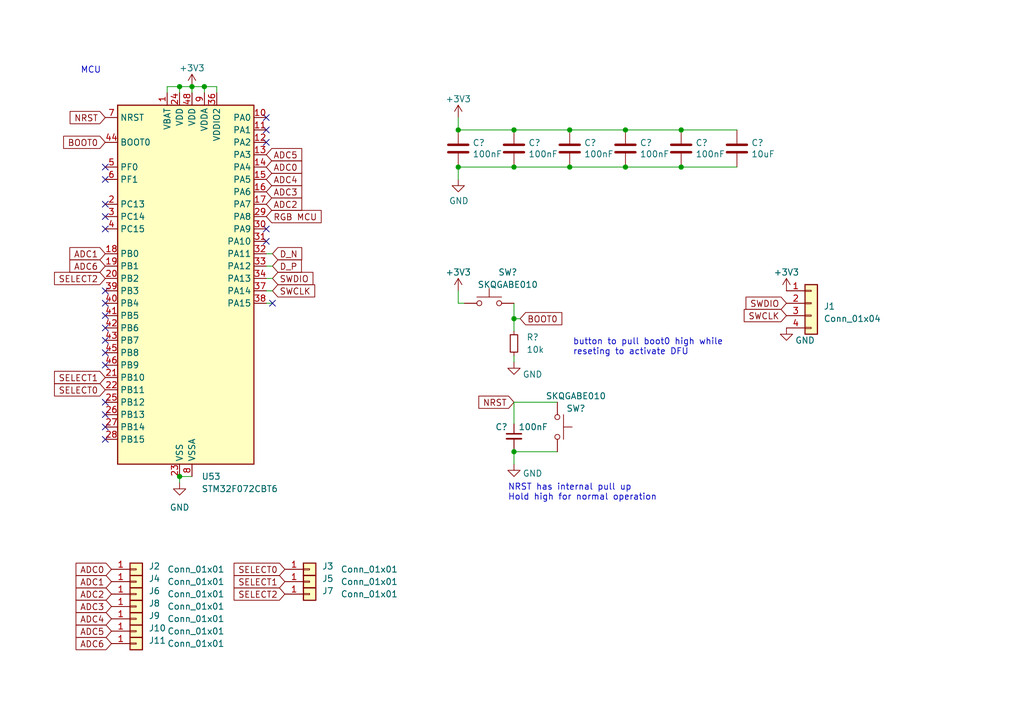
<source format=kicad_sch>
(kicad_sch (version 20231120) (generator "eeschema") (generator_version "8.0")
  (paper "A5")
  (lib_symbols
    (symbol "Connector_Generic:Conn_01x01" (pin_names (offset 1.016) hide)
      (property "Reference" "J" (at 0 2.54 0))
      (property "Value" "Conn_01x01" (at 0 -2.54 0))
      (symbol "Conn_01x01_1_1"
        (rectangle (start -1.27 0.127) (end 0 -0.127) (stroke (width 0.1524)))
        (rectangle (start -1.27 1.27) (end 1.27 -1.27) (stroke (width 0.254)) (fill (type background)))
        (pin passive line (at -5.08 0 0) (length 3.81) (name "Pin_1") (number "1"))
      )
    )
    (symbol "Connector_Generic:Conn_01x04" (pin_names (offset 1.016) hide)
      (property "Reference" "J" (at 0 5.08 0))
      (property "Value" "Conn_01x04" (at 0 -7.62 0))
      (symbol "Conn_01x04_1_1"
        (rectangle (start -1.27 -4.953) (end 0 -5.207) (stroke (width 0.1524)))
        (rectangle (start -1.27 -2.413) (end 0 -2.667) (stroke (width 0.1524)))
        (rectangle (start -1.27 0.127) (end 0 -0.127) (stroke (width 0.1524)))
        (rectangle (start -1.27 2.667) (end 0 2.413) (stroke (width 0.1524)))
        (rectangle (start -1.27 3.81) (end 1.27 -6.35) (stroke (width 0.254)) (fill (type background)))
        (pin passive line (at -5.08 2.54 0) (length 3.81) (name "Pin_1") (number "1"))
        (pin passive line (at -5.08 0 0) (length 3.81) (name "Pin_2") (number "2"))
        (pin passive line (at -5.08 -2.54 0) (length 3.81) (name "Pin_3") (number "3"))
        (pin passive line (at -5.08 -5.08 0) (length 3.81) (name "Pin_4") (number "4"))
      )
    )
    (symbol "Device:C" (pin_numbers hide) (pin_names (offset 0.254))
      (property "Reference" "C" (at 0.635 2.54 0))
      (property "Value" "C" (at 0.635 -2.54 0))
      (symbol "C_0_1"
        (polyline (pts (xy -2.032 -0.762) (xy 2.032 -0.762)) (stroke (width 0.508)))
        (polyline (pts (xy -2.032 0.762) (xy 2.032 0.762)) (stroke (width 0.508)))
      )
      (symbol "C_1_1"
        (pin passive line (at 0 3.81 270) (length 2.794) (name "~") (number "1"))
        (pin passive line (at 0 -3.81 90) (length 2.794) (name "~") (number "2"))
      )
    )
    (symbol "Device:C_Small" (pin_numbers hide) (pin_names (offset 0.254) hide)
      (property "Reference" "C" (at 0.254 1.778 0))
      (property "Value" "C_Small" (at 0.254 -2.032 0))
      (symbol "C_Small_0_1"
        (polyline (pts (xy -1.524 -0.508) (xy 1.524 -0.508)) (stroke (width 0.3302)))
        (polyline (pts (xy -1.524 0.508) (xy 1.524 0.508)) (stroke (width 0.3048)))
      )
      (symbol "C_Small_1_1"
        (pin passive line (at 0 2.54 270) (length 2.032) (name "~") (number "1"))
        (pin passive line (at 0 -2.54 90) (length 2.032) (name "~") (number "2"))
      )
    )
    (symbol "Device:R_Small" (pin_numbers hide) (pin_names (offset 0.254) hide)
      (property "Reference" "R" (at 0.762 0.508 0))
      (property "Value" "R_Small" (at 0.762 -1.016 0))
      (symbol "R_Small_0_1"
        (rectangle (start -0.762 1.778) (end 0.762 -1.778) (stroke (width 0.2032)))
      )
      (symbol "R_Small_1_1"
        (pin passive line (at 0 2.54 270) (length 0.762) (name "~") (number "1"))
        (pin passive line (at 0 -2.54 90) (length 0.762) (name "~") (number "2"))
      )
    )
    (symbol "MCU_ST_STM32F0:STM32F072CBTx"
      (property "Reference" "U" (at -12.7 39.37 0))
      (property "Value" "STM32F072CBTx" (at 10.16 39.37 0))
      (symbol "STM32F072CBTx_0_1"
        (rectangle (start -12.7 -35.56) (end 15.24 38.1) (stroke (width 0.254)) (fill (type background)))
      )
      (symbol "STM32F072CBTx_1_1"
        (pin power_in line (at -2.54 40.64 270) (length 2.54) (name "VBAT") (number "1"))
        (pin bidirectional line (at 17.78 35.56 180) (length 2.54) (name "PA0") (number "10"))
        (pin bidirectional line (at 17.78 33.02 180) (length 2.54) (name "PA1") (number "11"))
        (pin bidirectional line (at 17.78 30.48 180) (length 2.54) (name "PA2") (number "12"))
        (pin bidirectional line (at 17.78 27.94 180) (length 2.54) (name "PA3") (number "13"))
        (pin bidirectional line (at 17.78 25.4 180) (length 2.54) (name "PA4") (number "14"))
        (pin bidirectional line (at 17.78 22.86 180) (length 2.54) (name "PA5") (number "15"))
        (pin bidirectional line (at 17.78 20.32 180) (length 2.54) (name "PA6") (number "16"))
        (pin bidirectional line (at 17.78 17.78 180) (length 2.54) (name "PA7") (number "17"))
        (pin bidirectional line (at -15.24 7.62 0) (length 2.54) (name "PB0") (number "18"))
        (pin bidirectional line (at -15.24 5.08 0) (length 2.54) (name "PB1") (number "19"))
        (pin bidirectional line (at -15.24 17.78 0) (length 2.54) (name "PC13") (number "2"))
        (pin bidirectional line (at -15.24 2.54 0) (length 2.54) (name "PB2") (number "20"))
        (pin bidirectional line (at -15.24 -17.78 0) (length 2.54) (name "PB10") (number "21"))
        (pin bidirectional line (at -15.24 -20.32 0) (length 2.54) (name "PB11") (number "22"))
        (pin power_in line (at 0 -38.1 90) (length 2.54) (name "VSS") (number "23"))
        (pin power_in line (at 0 40.64 270) (length 2.54) (name "VDD") (number "24"))
        (pin bidirectional line (at -15.24 -22.86 0) (length 2.54) (name "PB12") (number "25"))
        (pin bidirectional line (at -15.24 -25.4 0) (length 2.54) (name "PB13") (number "26"))
        (pin bidirectional line (at -15.24 -27.94 0) (length 2.54) (name "PB14") (number "27"))
        (pin bidirectional line (at -15.24 -30.48 0) (length 2.54) (name "PB15") (number "28"))
        (pin bidirectional line (at 17.78 15.24 180) (length 2.54) (name "PA8") (number "29"))
        (pin bidirectional line (at -15.24 15.24 0) (length 2.54) (name "PC14") (number "3"))
        (pin bidirectional line (at 17.78 12.7 180) (length 2.54) (name "PA9") (number "30"))
        (pin bidirectional line (at 17.78 10.16 180) (length 2.54) (name "PA10") (number "31"))
        (pin bidirectional line (at 17.78 7.62 180) (length 2.54) (name "PA11") (number "32"))
        (pin bidirectional line (at 17.78 5.08 180) (length 2.54) (name "PA12") (number "33"))
        (pin bidirectional line (at 17.78 2.54 180) (length 2.54) (name "PA13") (number "34"))
        (pin passive line (at 0 -38.1 90) (length 2.54) hide (name "VSS") (number "35"))
        (pin power_in line (at 7.62 40.64 270) (length 2.54) (name "VDDIO2") (number "36"))
        (pin bidirectional line (at 17.78 0 180) (length 2.54) (name "PA14") (number "37"))
        (pin bidirectional line (at 17.78 -2.54 180) (length 2.54) (name "PA15") (number "38"))
        (pin bidirectional line (at -15.24 0 0) (length 2.54) (name "PB3") (number "39"))
        (pin bidirectional line (at -15.24 12.7 0) (length 2.54) (name "PC15") (number "4"))
        (pin bidirectional line (at -15.24 -2.54 0) (length 2.54) (name "PB4") (number "40"))
        (pin bidirectional line (at -15.24 -5.08 0) (length 2.54) (name "PB5") (number "41"))
        (pin bidirectional line (at -15.24 -7.62 0) (length 2.54) (name "PB6") (number "42"))
        (pin bidirectional line (at -15.24 -10.16 0) (length 2.54) (name "PB7") (number "43"))
        (pin input line (at -15.24 30.48 0) (length 2.54) (name "BOOT0") (number "44"))
        (pin bidirectional line (at -15.24 -12.7 0) (length 2.54) (name "PB8") (number "45"))
        (pin bidirectional line (at -15.24 -15.24 0) (length 2.54) (name "PB9") (number "46"))
        (pin passive line (at 0 -38.1 90) (length 2.54) hide (name "VSS") (number "47"))
        (pin power_in line (at 2.54 40.64 270) (length 2.54) (name "VDD") (number "48"))
        (pin bidirectional line (at -15.24 25.4 0) (length 2.54) (name "PF0") (number "5"))
        (pin bidirectional line (at -15.24 22.86 0) (length 2.54) (name "PF1") (number "6"))
        (pin input line (at -15.24 35.56 0) (length 2.54) (name "NRST") (number "7"))
        (pin power_in line (at 2.54 -38.1 90) (length 2.54) (name "VSSA") (number "8"))
        (pin power_in line (at 5.08 40.64 270) (length 2.54) (name "VDDA") (number "9"))
      )
    )
    (symbol "MCU_ST_STM32G0:STM32G0B1CBTx"
      (property "Reference" "U" (at -15.24 46.99 0))
      (property "Value" "STM32G0B1CBTx" (at 5.08 46.99 0))
      (symbol "STM32G0B1CBTx_0_1"
        (rectangle (start -15.24 -43.18) (end 17.78 45.72) (stroke (width 0.254)) (fill (type background)))
      )
      (symbol "STM32G0B1CBTx_1_1"
        (pin bidirectional line (at -17.78 10.16 0) (length 2.54) (name "PC13") (number "1"))
        (pin bidirectional line (at -17.78 33.02 0) (length 2.54) (name "PF2") (number "10"))
        (pin bidirectional line (at 20.32 43.18 180) (length 2.54) (name "PA0") (number "11"))
        (pin bidirectional line (at 20.32 40.64 180) (length 2.54) (name "PA1") (number "12"))
        (pin bidirectional line (at 20.32 38.1 180) (length 2.54) (name "PA2") (number "13"))
        (pin bidirectional line (at 20.32 35.56 180) (length 2.54) (name "PA3") (number "14"))
        (pin bidirectional line (at 20.32 33.02 180) (length 2.54) (name "PA4") (number "15"))
        (pin bidirectional line (at 20.32 30.48 180) (length 2.54) (name "PA5") (number "16"))
        (pin bidirectional line (at 20.32 27.94 180) (length 2.54) (name "PA6") (number "17"))
        (pin bidirectional line (at 20.32 25.4 180) (length 2.54) (name "PA7") (number "18"))
        (pin bidirectional line (at 20.32 0 180) (length 2.54) (name "PB0") (number "19"))
        (pin bidirectional line (at -17.78 7.62 0) (length 2.54) (name "PC14") (number "2"))
        (pin bidirectional line (at 20.32 -2.54 180) (length 2.54) (name "PB1") (number "20"))
        (pin bidirectional line (at 20.32 -5.08 180) (length 2.54) (name "PB2") (number "21"))
        (pin bidirectional line (at 20.32 -25.4 180) (length 2.54) (name "PB10") (number "22"))
        (pin bidirectional line (at 20.32 -27.94 180) (length 2.54) (name "PB11") (number "23"))
        (pin bidirectional line (at 20.32 -30.48 180) (length 2.54) (name "PB12") (number "24"))
        (pin bidirectional line (at 20.32 -33.02 180) (length 2.54) (name "PB13") (number "25"))
        (pin bidirectional line (at 20.32 -35.56 180) (length 2.54) (name "PB14") (number "26"))
        (pin bidirectional line (at 20.32 -38.1 180) (length 2.54) (name "PB15") (number "27"))
        (pin bidirectional line (at 20.32 22.86 180) (length 2.54) (name "PA8") (number "28"))
        (pin bidirectional line (at 20.32 20.32 180) (length 2.54) (name "PA9/UCPD1_DBCC1") (number "29"))
        (pin bidirectional line (at -17.78 5.08 0) (length 2.54) (name "PC15") (number "3"))
        (pin bidirectional line (at -17.78 15.24 0) (length 2.54) (name "PC6") (number "30"))
        (pin bidirectional line (at -17.78 12.7 0) (length 2.54) (name "PC7") (number "31"))
        (pin bidirectional line (at 20.32 17.78 180) (length 2.54) (name "PA10/UCPD1_DBCC2") (number "32"))
        (pin bidirectional line (at 20.32 15.24 180) (length 2.54) (name "PA11/PA9") (number "33"))
        (pin bidirectional line (at 20.32 12.7 180) (length 2.54) (name "PA12/PA10") (number "34"))
        (pin bidirectional line (at 20.32 10.16 180) (length 2.54) (name "PA13") (number "35"))
        (pin bidirectional line (at 20.32 7.62 180) (length 2.54) (name "PA14") (number "36"))
        (pin bidirectional line (at 20.32 5.08 180) (length 2.54) (name "PA15") (number "37"))
        (pin bidirectional line (at -17.78 27.94 0) (length 2.54) (name "PD0") (number "38"))
        (pin bidirectional line (at -17.78 25.4 0) (length 2.54) (name "PD1") (number "39"))
        (pin power_in line (at 0 48.26 270) (length 2.54) (name "VBAT") (number "4"))
        (pin bidirectional line (at -17.78 22.86 0) (length 2.54) (name "PD2") (number "40"))
        (pin bidirectional line (at -17.78 20.32 0) (length 2.54) (name "PD3") (number "41"))
        (pin bidirectional line (at 20.32 -7.62 180) (length 2.54) (name "PB3") (number "42"))
        (pin bidirectional line (at 20.32 -10.16 180) (length 2.54) (name "PB4") (number "43"))
        (pin bidirectional line (at 20.32 -12.7 180) (length 2.54) (name "PB5") (number "44"))
        (pin bidirectional line (at 20.32 -15.24 180) (length 2.54) (name "PB6") (number "45"))
        (pin bidirectional line (at 20.32 -17.78 180) (length 2.54) (name "PB7") (number "46"))
        (pin bidirectional line (at 20.32 -20.32 180) (length 2.54) (name "PB8") (number "47"))
        (pin bidirectional line (at 20.32 -22.86 180) (length 2.54) (name "PB9") (number "48"))
        (pin input line (at -17.78 43.18 0) (length 2.54) (name "VREF+") (number "5"))
        (pin power_in line (at 2.54 48.26 270) (length 2.54) (name "VDD") (number "6"))
        (pin power_in line (at 2.54 -45.72 90) (length 2.54) (name "VSS") (number "7"))
        (pin bidirectional line (at -17.78 38.1 0) (length 2.54) (name "PF0") (number "8"))
        (pin bidirectional line (at -17.78 35.56 0) (length 2.54) (name "PF1") (number "9"))
      )
    )
    (symbol "Switch:SW_Push" (pin_numbers hide) (pin_names (offset 1.016) hide)
      (property "Reference" "SW" (at 1.27 2.54 0))
      (property "Value" "SW_Push" (at 0 -1.524 0))
      (symbol "SW_Push_0_1"
        (circle (center -2.032 0) (radius 0.508))
        (polyline (pts (xy 0 1.27) (xy 0 3.048)))
        (polyline (pts (xy 2.54 1.27) (xy -2.54 1.27)))
        (circle (center 2.032 0) (radius 0.508))
        (pin passive line (at -5.08 0 0) (length 2.54) (name "1") (number "1"))
        (pin passive line (at 5.08 0 180) (length 2.54) (name "2") (number "2"))
      )
    )
    (symbol "power:+3V3" (power) (pin_names (offset 0))
      (property "Value" "+3V3" (at 0 3.556 0))
      (symbol "+3V3_0_1"
        (polyline (pts (xy -0.762 1.27) (xy 0 2.54)))
        (polyline (pts (xy 0 0) (xy 0 2.54)))
        (polyline (pts (xy 0 2.54) (xy 0.762 1.27)))
      )
      (symbol "+3V3_1_1"
        (pin power_in line (at 0 0 90) (length 0) hide (name "+3V3") (number "1"))
      )
    )
    (symbol "power:GND" (power) (pin_names (offset 0))
      (property "Value" "GND" (at 0 -3.81 0))
      (symbol "GND_0_1"
        (polyline (pts (xy 0 0) (xy 0 -1.27) (xy 1.27 -1.27) (xy 0 -2.54) (xy -1.27 -1.27) (xy 0 -1.27)))
      )
      (symbol "GND_1_1"
        (pin power_in line (at 0 0 270) (length 0) hide (name "GND") (number "1"))
      )
    )
  )
  (junction (at 128.27 34.29))
  (junction (at 105.41 26.67))
  (junction (at 39.37 17.78))
  (junction (at 128.27 26.67))
  (junction (at 93.98 26.67))
  (junction (at 105.41 65.405))
  (junction (at 116.84 26.67))
  (junction (at 139.7 26.67))
  (junction (at 41.91 17.78))
  (junction (at 36.83 97.79))
  (junction (at 93.98 34.29))
  (junction (at 36.83 17.78))
  (junction (at 105.41 92.71))
  (junction (at 139.7 34.29))
  (junction (at 105.41 34.29))
  (junction (at 116.84 34.29))
  (no_connect (at 21.59 90.17))
  (no_connect (at 21.59 36.83))
  (no_connect (at 54.61 24.13))
  (no_connect (at 21.59 34.29))
  (no_connect (at 21.59 44.45))
  (no_connect (at 21.59 62.23))
  (no_connect (at 21.59 69.85))
  (no_connect (at 21.59 59.69))
  (no_connect (at 54.61 29.21))
  (no_connect (at 54.61 46.99))
  (no_connect (at 21.59 67.31))
  (no_connect (at 21.59 72.39))
  (no_connect (at 21.59 74.93))
  (no_connect (at 55.88 62.23))
  (no_connect (at 21.59 64.77))
  (no_connect (at 21.59 82.55))
  (no_connect (at 21.59 87.63))
  (no_connect (at 54.61 26.67))
  (no_connect (at 21.59 46.99))
  (no_connect (at 21.59 85.09))
  (no_connect (at 54.61 49.53))
  (no_connect (at 21.59 41.91))
  (wire (pts (xy 36.83 17.78) (xy 36.83 19.05)))
  (wire (pts (xy 55.88 54.61) (xy 54.61 54.61)))
  (wire (pts (xy 55.88 59.69) (xy 54.61 59.69)))
  (wire (pts (xy 39.37 17.78) (xy 41.91 17.78)))
  (wire (pts (xy 41.91 17.78) (xy 41.91 19.05)))
  (wire (pts (xy 44.45 17.78) (xy 44.45 19.05)))
  (wire (pts (xy 95.25 62.23) (xy 93.98 62.23)))
  (wire (pts (xy 39.37 17.78) (xy 39.37 19.05)))
  (wire (pts (xy 105.41 92.71) (xy 105.41 92.075)))
  (wire (pts (xy 34.29 17.78) (xy 36.83 17.78)))
  (wire (pts (xy 105.41 34.29) (xy 116.84 34.29)))
  (wire (pts (xy 93.98 62.23) (xy 93.98 59.69)))
  (wire (pts (xy 55.88 57.15) (xy 54.61 57.15)))
  (wire (pts (xy 34.29 17.78) (xy 34.29 19.05)))
  (wire (pts (xy 55.88 52.07) (xy 54.61 52.07)))
  (wire (pts (xy 105.41 34.29) (xy 93.98 34.29)))
  (wire (pts (xy 36.83 17.78) (xy 39.37 17.78)))
  (wire (pts (xy 105.41 26.67) (xy 93.98 26.67)))
  (wire (pts (xy 36.83 97.79) (xy 39.37 97.79)))
  (wire (pts (xy 93.98 24.13) (xy 93.98 26.67)))
  (wire (pts (xy 139.7 34.29) (xy 151.13 34.29)))
  (wire (pts (xy 105.41 65.405) (xy 106.68 65.405)))
  (wire (pts (xy 41.91 17.78) (xy 44.45 17.78)))
  (wire (pts (xy 36.83 99.06) (xy 36.83 97.79)))
  (wire (pts (xy 105.41 92.71) (xy 114.3 92.71)))
  (wire (pts (xy 139.7 26.67) (xy 151.13 26.67)))
  (wire (pts (xy 128.27 26.67) (xy 139.7 26.67)))
  (wire (pts (xy 55.88 62.23) (xy 54.61 62.23)))
  (wire (pts (xy 105.41 95.25) (xy 105.41 92.71)))
  (wire (pts (xy 116.84 34.29) (xy 128.27 34.29)))
  (wire (pts (xy 105.41 65.405) (xy 105.41 67.945)))
  (wire (pts (xy 128.27 34.29) (xy 139.7 34.29)))
  (wire (pts (xy 105.41 73.025) (xy 105.41 74.295)))
  (wire (pts (xy 105.41 26.67) (xy 116.84 26.67)))
  (wire (pts (xy 105.41 82.55) (xy 114.3 82.55)))
  (wire (pts (xy 105.41 82.55) (xy 105.41 86.995)))
  (wire (pts (xy 105.41 62.23) (xy 105.41 65.405)))
  (wire (pts (xy 116.84 26.67) (xy 128.27 26.67)))
  (wire (pts (xy 93.98 36.83) (xy 93.98 34.29)))
  (text "NRST has internal pull up\nHold high for normal operation" (at 104.14 102.87 0) (effects (font (size 1.27 1.27)) (justify left bottom)))
  (text "MCU" (at 16.51 15.24 0) (effects (font (size 1.27 1.27)) (justify left bottom)))
  (text "button to pull boot0 high while \nreseting to activate DFU" (at 117.475 73.025 0) (effects (font (size 1.27 1.27)) (justify left bottom)))
  (global_label "D_N" (shape input) (at 55.88 52.07 0) (property "Intersheetrefs" "${INTERSHEET_REFS}" (effects (hide yes))))
  (global_label "SWDIO" (shape input) (at 161.29 62.23 180) (property "Intersheetrefs" "${INTERSHEET_REFS}" (effects (hide yes))))
  (global_label "RGB MCU" (shape input) (at 54.61 44.45 0) (property "Intersheetrefs" "${INTERSHEET_REFS}" (effects (hide yes))))
  (global_label "BOOT0" (shape input) (at 21.59 29.21 180) (property "Intersheetrefs" "${INTERSHEET_REFS}" (effects (hide yes))))
  (global_label "ADC3" (shape input) (at 54.61 39.37 0) (property "Intersheetrefs" "${INTERSHEET_REFS}" (effects (hide yes))))
  (global_label "ADC5" (shape input) (at 54.61 31.75 0) (property "Intersheetrefs" "${INTERSHEET_REFS}" (effects (hide yes))))
  (global_label "ADC0" (shape input) (at 54.61 34.29 0) (property "Intersheetrefs" "${INTERSHEET_REFS}" (effects (hide yes))))
  (global_label "ADC3" (shape input) (at 22.86 124.46 180) (property "Intersheetrefs" "${INTERSHEET_REFS}" (effects (hide yes))))
  (global_label "ADC6" (shape input) (at 21.59 54.61 180) (property "Intersheetrefs" "${INTERSHEET_REFS}" (effects (hide yes))))
  (global_label "D_N" (shape input) (at -15.24 50.8 0) (property "Intersheetrefs" "${INTERSHEET_REFS}" (effects (hide yes))))
  (global_label "ADC5" (shape input) (at 22.86 129.54 180) (property "Intersheetrefs" "${INTERSHEET_REFS}" (effects (hide yes))))
  (global_label "D_P" (shape input) (at 55.88 54.61 0) (property "Intersheetrefs" "${INTERSHEET_REFS}" (effects (hide yes))))
  (global_label "ADC2" (shape input) (at 22.86 121.92 180) (property "Intersheetrefs" "${INTERSHEET_REFS}" (effects (hide yes))))
  (global_label "SELECT2" (shape input) (at 58.42 121.92 180) (property "Intersheetrefs" "${INTERSHEET_REFS}" (effects (hide yes))))
  (global_label "ADC2" (shape input) (at 54.61 41.91 0) (property "Intersheetrefs" "${INTERSHEET_REFS}" (effects (hide yes))))
  (global_label "SELECT1" (shape input) (at 21.59 77.47 180) (property "Intersheetrefs" "${INTERSHEET_REFS}" (effects (hide yes))))
  (global_label "ADC6" (shape input) (at 22.86 132.08 180) (property "Intersheetrefs" "${INTERSHEET_REFS}" (effects (hide yes))))
  (global_label "NRST" (shape input) (at 21.59 24.13 180) (property "Intersheetrefs" "${INTERSHEET_REFS}" (effects (hide yes))))
  (global_label "SELECT2" (shape input) (at 21.59 57.15 180) (property "Intersheetrefs" "${INTERSHEET_REFS}" (effects (hide yes))))
  (global_label "ADC1" (shape input) (at 22.86 119.38 180) (property "Intersheetrefs" "${INTERSHEET_REFS}" (effects (hide yes))))
  (global_label "SELECT0" (shape input) (at 21.59 80.01 180) (property "Intersheetrefs" "${INTERSHEET_REFS}" (effects (hide yes))))
  (global_label "D_P" (shape input) (at -15.24 53.34 0) (property "Intersheetrefs" "${INTERSHEET_REFS}" (effects (hide yes))))
  (global_label "SWCLK" (shape input) (at 161.29 64.77 180) (property "Intersheetrefs" "${INTERSHEET_REFS}" (effects (hide yes))))
  (global_label "SELECT1" (shape input) (at 58.42 119.38 180) (property "Intersheetrefs" "${INTERSHEET_REFS}" (effects (hide yes))))
  (global_label "ADC0" (shape input) (at 22.86 116.84 180) (property "Intersheetrefs" "${INTERSHEET_REFS}" (effects (hide yes))))
  (global_label "SWCLK" (shape input) (at 55.88 59.69 0) (property "Intersheetrefs" "${INTERSHEET_REFS}" (effects (hide yes))))
  (global_label "SELECT0" (shape input) (at 58.42 116.84 180) (property "Intersheetrefs" "${INTERSHEET_REFS}" (effects (hide yes))))
  (global_label "ADC4" (shape input) (at 54.61 36.83 0) (property "Intersheetrefs" "${INTERSHEET_REFS}" (effects (hide yes))))
  (global_label "SWDIO" (shape input) (at 55.88 57.15 0) (property "Intersheetrefs" "${INTERSHEET_REFS}" (effects (hide yes))))
  (global_label "ADC4" (shape input) (at 22.86 127 180) (property "Intersheetrefs" "${INTERSHEET_REFS}" (effects (hide yes))))
  (global_label "NRST" (shape input) (at 105.41 82.55 180) (property "Intersheetrefs" "${INTERSHEET_REFS}" (effects (hide yes))))
  (global_label "BOOT0" (shape input) (at 106.68 65.405 0) (property "Intersheetrefs" "${INTERSHEET_REFS}" (effects (hide yes))))
  (global_label "ADC1" (shape input) (at 21.59 52.07 180) (property "Intersheetrefs" "${INTERSHEET_REFS}" (effects (hide yes))))
  (symbol (lib_id "power:GND") (at 105.41 74.295 0) (unit 1)
    (property "Reference" "#PWR?" (effects (hide yes)))
    (property "Value" "GND" (at 109.22 76.835 0))
    (instances (project "TKL" (path "" (reference "#PWR?") (unit 1))) (project "vootington V4N" (path "" (reference "#PWR0163") (unit 1))) (project "le_capybara" (path "" (reference "#PWR016") (unit 1))))
  )
  (symbol (lib_id "Device:C") (at 139.7 30.48 0) (unit 1)
    (property "Reference" "C?" (at 142.621 29.3116 0) (effects (justify left)))
    (property "Value" "100nF" (at 142.621 31.623 0) (effects (justify left)))
    (property "Footprint" "Capacitor_SMD:C_0402_1005Metric" (effects (hide yes)))
    (property "LCSC" "C307331" (effects (hide yes)))
    (instances (project "LeChiffre" (path "" (reference "C?") (unit 1))) (project "vootington V4N" (path "" (reference "C57") (unit 1))) (project "stm32_hotswap_chiffre" (path "" (reference "C5") (unit 1))))
  )
  (symbol (lib_id "power:GND") (at 105.41 95.25 0) (mirror y) (unit 1)
    (property "Reference" "#PWR?" (effects (hide yes)))
    (property "Value" "GND" (at 109.22 97.155 0))
    (instances (project "TKL" (path "" (reference "#PWR?") (unit 1))) (project "vootington V4N" (path "" (reference "#PWR0164") (unit 1))) (project "le_capybara" (path "" (reference "#PWR022") (unit 1))))
  )
  (symbol (lib_id "Connector_Generic:Conn_01x04") (at 166.37 62.23 0) (unit 1)
    (property "Reference" "J1" (at 168.91 62.865 0) (effects (justify left)))
    (property "Value" "Conn_01x04" (at 168.91 65.405 0) (effects (justify left)))
    (property "Footprint" "Connector_PinHeader_2.54mm:PinHeader_1x04_P2.54mm_Vertical" (effects (hide yes)))
  )
  (symbol (lib_id "Device:R_Small") (at 105.41 70.485 0) (unit 1)
    (property "Reference" "R?" (at 107.95 69.2149 0) (effects (justify left)))
    (property "Value" "10k" (at 107.95 71.7549 0) (effects (justify left)))
    (property "Footprint" "Resistor_SMD:R_0402_1005Metric" (effects (hide yes)))
    (instances (project "TKL" (path "" (reference "R?") (unit 1))) (project "vootington V4N" (path "" (reference "R1") (unit 1))) (project "le_capybara" (path "" (reference "R3") (unit 1))))
  )
  (symbol (lib_id "power:GND") (at 36.83 99.06 0) (unit 1)
    (property "Reference" "#PWR0165" (effects (hide yes)))
    (property "Value" "GND" (at 36.83 104.14 0))
    (instances (project "vootington V4N" (path "" (reference "#PWR0165") (unit 1))) (project "le_capybara" (path "" (reference "#PWR021") (unit 1))))
  )
  (symbol (lib_id "MCU_ST_STM32F0:STM32F072CBTx") (at 36.83 59.69 0) (unit 1)
    (property "Reference" "U53" (at 41.3259 97.79 0) (effects (justify left)))
    (property "Value" "STM32F072CBT6" (at 41.3259 100.33 0) (effects (justify left)))
    (property "Footprint" "Package_QFP:LQFP-48_7x7mm_P0.5mm" (effects (hide yes)))
    (property "Datasheet" "https://www.st.com/resource/en/datasheet/stm32f072cb.pdf" (effects (hide yes)))
    (property "JlcRotOffset" "90" (effects (hide yes)))
    (instances (project "vootington V4N" (path "" (reference "U53") (unit 1))) (project "le_capybara" (path "" (reference "U2") (unit 1))))
  )
  (symbol (lib_id "MCU_ST_STM32G0:STM32G0B1CBTx") (at -43.18 66.04 0) (unit 1)
    (property "Reference" "U65" (at -38.4459 111.76 0) (effects (justify left)))
    (property "Value" "STM32G0B1CBTx" (at -38.4459 114.3 0) (effects (justify left)))
    (property "Footprint" "Package_QFP:LQFP-48_7x7mm_P0.5mm" (effects (hide yes)))
    (property "Datasheet" "https://www.st.com/resource/en/datasheet/stm32g0b1cb.pdf" (effects (hide yes)))
    (property "Description" "STMicroelectronics Arm Cortex-M0+ MCU, 128KB flash, 144KB RAM, 64 MHz, 1.7-3.6V, 44 GPIO, LQFP48" (effects (hide yes)))
  )
  (symbol (lib_id "Switch:SW_Push") (at 114.3 87.63 270) (unit 1)
    (property "Reference" "SW?" (at 118.11 83.82 90))
    (property "Value" "SKQGABE010" (at 118.11 81.28 90))
    (property "Footprint" "Button_Switch_SMD:SW_SPST_SKQG_WithoutStem" (effects (hide yes)))
    (property "LCSC" "C115351" (effects (hide yes)))
    (instances (project "TKL" (path "" (reference "SW?") (unit 1))) (project "vootington V4N" (path "" (reference "SW2") (unit 1))) (project "le_capybara" (path "" (reference "SW37") (unit 1))))
  )
  (symbol (lib_id "Connector_Generic:Conn_01x01") (at 63.5 121.92 0) (unit 1)
    (property "Reference" "J7" (at 66.04 121.285 0) (effects (justify left)))
    (property "Value" "Conn_01x01" (at 69.85 121.92 0) (effects (justify left)))
    (property "Footprint" "TestPoint:TestPoint_THTPad_D1.5mm_Drill0.7mm" (effects (hide yes)))
  )
  (symbol (lib_id "Connector_Generic:Conn_01x01") (at 27.94 116.84 0) (unit 1)
    (property "Reference" "J2" (at 30.48 116.205 0) (effects (justify left)))
    (property "Value" "Conn_01x01" (at 34.29 116.84 0) (effects (justify left)))
    (property "Footprint" "TestPoint:TestPoint_THTPad_D1.5mm_Drill0.7mm" (effects (hide yes)))
  )
  (symbol (lib_id "Connector_Generic:Conn_01x01") (at 27.94 121.92 0) (unit 1)
    (property "Reference" "J6" (at 30.48 121.285 0) (effects (justify left)))
    (property "Value" "Conn_01x01" (at 34.29 121.92 0) (effects (justify left)))
    (property "Footprint" "TestPoint:TestPoint_THTPad_D1.5mm_Drill0.7mm" (effects (hide yes)))
  )
  (symbol (lib_id "Device:C") (at 116.84 30.48 0) (unit 1)
    (property "Reference" "C?" (at 119.761 29.3116 0) (effects (justify left)))
    (property "Value" "100nF" (at 119.761 31.623 0) (effects (justify left)))
    (property "Footprint" "Capacitor_SMD:C_0402_1005Metric" (effects (hide yes)))
    (property "LCSC" "C307331" (effects (hide yes)))
    (instances (project "LeChiffre" (path "" (reference "C?") (unit 1))) (project "vootington V4N" (path "" (reference "C55") (unit 1))) (project "stm32_hotswap_chiffre" (path "" (reference "C3") (unit 1))))
  )
  (symbol (lib_id "power:+3V3") (at 93.98 24.13 0) (unit 1)
    (property "Reference" "#PWR0158" (effects (hide yes)))
    (property "Value" "+3V3" (at 93.98 20.32 0))
    (instances (project "vootington V4N" (path "" (reference "#PWR0158") (unit 1))) (project "stm32_hotswap_chiffre" (path "" (reference "#PWR03") (unit 1))))
  )
  (symbol (lib_id "Connector_Generic:Conn_01x01") (at 63.5 116.84 0) (unit 1)
    (property "Reference" "J3" (at 66.04 116.205 0) (effects (justify left)))
    (property "Value" "Conn_01x01" (at 69.85 116.84 0) (effects (justify left)))
    (property "Footprint" "TestPoint:TestPoint_THTPad_D1.5mm_Drill0.7mm" (effects (hide yes)))
  )
  (symbol (lib_id "Connector_Generic:Conn_01x01") (at 27.94 129.54 0) (unit 1)
    (property "Reference" "J10" (at 30.48 128.905 0) (effects (justify left)))
    (property "Value" "Conn_01x01" (at 34.29 129.54 0) (effects (justify left)))
    (property "Footprint" "TestPoint:TestPoint_THTPad_D1.5mm_Drill0.7mm" (effects (hide yes)))
  )
  (symbol (lib_id "Connector_Generic:Conn_01x01") (at 27.94 127 0) (unit 1)
    (property "Reference" "J9" (at 30.48 126.365 0) (effects (justify left)))
    (property "Value" "Conn_01x01" (at 34.29 127 0) (effects (justify left)))
    (property "Footprint" "TestPoint:TestPoint_THTPad_D1.5mm_Drill0.7mm" (effects (hide yes)))
  )
  (symbol (lib_id "Switch:SW_Push") (at 100.33 62.23 0) (unit 1)
    (property "Reference" "SW?" (at 104.14 55.88 0))
    (property "Value" "SKQGABE010" (at 104.14 58.42 0))
    (property "Footprint" "Button_Switch_SMD:SW_SPST_SKQG_WithoutStem" (effects (hide yes)))
    (property "LCSC" "C115351" (effects (hide yes)))
    (instances (project "TKL" (path "" (reference "SW?") (unit 1))) (project "vootington V4N" (path "" (reference "SW1") (unit 1))) (project "le_capybara" (path "" (reference "SW37") (unit 1))))
  )
  (symbol (lib_id "Device:C") (at 128.27 30.48 0) (unit 1)
    (property "Reference" "C?" (at 131.191 29.3116 0) (effects (justify left)))
    (property "Value" "100nF" (at 131.191 31.623 0) (effects (justify left)))
    (property "Footprint" "Capacitor_SMD:C_0402_1005Metric" (effects (hide yes)))
    (property "LCSC" "C307331" (effects (hide yes)))
    (instances (project "LeChiffre" (path "" (reference "C?") (unit 1))) (project "vootington V4N" (path "" (reference "C56") (unit 1))) (project "stm32_hotswap_chiffre" (path "" (reference "C4") (unit 1))))
  )
  (symbol (lib_id "power:GND") (at 93.98 36.83 0) (unit 1)
    (property "Reference" "#PWR?" (effects (hide yes)))
    (property "Value" "GND" (at 94.107 41.2242 0))
    (instances (project "LeChiffre" (path "" (reference "#PWR?") (unit 1))) (project "vootington V4N" (path "" (reference "#PWR0159") (unit 1))) (project "stm32_hotswap_chiffre" (path "" (reference "#PWR05") (unit 1))))
  )
  (symbol (lib_id "Connector_Generic:Conn_01x01") (at 63.5 119.38 0) (unit 1)
    (property "Reference" "J5" (at 66.04 118.745 0) (effects (justify left)))
    (property "Value" "Conn_01x01" (at 69.85 119.38 0) (effects (justify left)))
    (property "Footprint" "TestPoint:TestPoint_THTPad_D1.5mm_Drill0.7mm" (effects (hide yes)))
  )
  (symbol (lib_id "Device:C") (at 105.41 30.48 0) (unit 1)
    (property "Reference" "C?" (at 108.331 29.3116 0) (effects (justify left)))
    (property "Value" "100nF" (at 108.331 31.623 0) (effects (justify left)))
    (property "Footprint" "Capacitor_SMD:C_0402_1005Metric" (effects (hide yes)))
    (property "LCSC" "C307331" (effects (hide yes)))
    (instances (project "LeChiffre" (path "" (reference "C?") (unit 1))) (project "vootington V4N" (path "" (reference "C54") (unit 1))) (project "stm32_hotswap_chiffre" (path "" (reference "C2") (unit 1))))
  )
  (symbol (lib_id "Connector_Generic:Conn_01x01") (at 27.94 119.38 0) (unit 1)
    (property "Reference" "J4" (at 30.48 118.745 0) (effects (justify left)))
    (property "Value" "Conn_01x01" (at 34.29 119.38 0) (effects (justify left)))
    (property "Footprint" "TestPoint:TestPoint_THTPad_D1.5mm_Drill0.7mm" (effects (hide yes)))
  )
  (symbol (lib_id "power:+3V3") (at 39.37 17.78 0) (unit 1)
    (property "Reference" "#PWR0157" (effects (hide yes)))
    (property "Value" "+3V3" (at 39.37 13.97 0))
    (instances (project "vootington V4N" (path "" (reference "#PWR0157") (unit 1))) (project "le_capybara" (path "" (reference "#PWR01") (unit 1))))
  )
  (symbol (lib_id "Device:C") (at 93.98 30.48 0) (unit 1)
    (property "Reference" "C?" (at 96.901 29.3116 0) (effects (justify left)))
    (property "Value" "100nF" (at 96.901 31.623 0) (effects (justify left)))
    (property "Footprint" "Capacitor_SMD:C_0402_1005Metric" (effects (hide yes)))
    (property "LCSC" "C307331" (effects (hide yes)))
    (instances (project "LeChiffre" (path "" (reference "C?") (unit 1))) (project "vootington V4N" (path "" (reference "C53") (unit 1))) (project "stm32_hotswap_chiffre" (path "" (reference "C1") (unit 1))))
  )
  (symbol (lib_id "Connector_Generic:Conn_01x01") (at 27.94 124.46 0) (unit 1)
    (property "Reference" "J8" (at 30.48 123.825 0) (effects (justify left)))
    (property "Value" "Conn_01x01" (at 34.29 124.46 0) (effects (justify left)))
    (property "Footprint" "TestPoint:TestPoint_THTPad_D1.5mm_Drill0.7mm" (effects (hide yes)))
  )
  (symbol (lib_id "power:GND") (at 161.29 67.31 0) (mirror y) (unit 1)
    (property "Reference" "#PWR?" (effects (hide yes)))
    (property "Value" "GND" (at 165.1 69.85 0))
    (instances (project "TKL" (path "" (reference "#PWR?") (unit 1))) (project "vootington V4N" (path "" (reference "#PWR0162") (unit 1))) (project "le_capybara" (path "" (reference "#PWR022") (unit 1))))
  )
  (symbol (lib_id "power:+3V3") (at 93.98 59.69 0) (mirror y) (unit 1)
    (property "Reference" "#PWR0160" (effects (hide yes)))
    (property "Value" "+3V3" (at 93.98 55.88 0))
    (instances (project "vootington V4N" (path "" (reference "#PWR0160") (unit 1))) (project "le_capybara" (path "" (reference "#PWR015") (unit 1))))
  )
  (symbol (lib_id "power:+3V3") (at 161.29 59.69 0) (unit 1)
    (property "Reference" "#PWR0161" (effects (hide yes)))
    (property "Value" "+3V3" (at 161.29 55.88 0))
    (instances (project "vootington V4N" (path "" (reference "#PWR0161") (unit 1))) (project "le_capybara" (path "" (reference "#PWR01") (unit 1))))
  )
  (symbol (lib_id "Device:C") (at 151.13 30.48 0) (unit 1)
    (property "Reference" "C?" (at 154.051 29.3116 0) (effects (justify left)))
    (property "Value" "10uF" (at 154.051 31.623 0) (effects (justify left)))
    (property "Footprint" "Capacitor_SMD:C_0603_1608Metric" (effects (hide yes)))
    (instances (project "LeChiffre" (path "" (reference "C?") (unit 1))) (project "vootington V4N" (path "" (reference "C58") (unit 1))) (project "stm32_hotswap_chiffre" (path "" (reference "C6") (unit 1))))
  )
  (symbol (lib_id "Connector_Generic:Conn_01x01") (at 27.94 132.08 0) (unit 1)
    (property "Reference" "J11" (at 30.48 131.445 0) (effects (justify left)))
    (property "Value" "Conn_01x01" (at 34.29 132.08 0) (effects (justify left)))
    (property "Footprint" "TestPoint:TestPoint_THTPad_D1.5mm_Drill0.7mm" (effects (hide yes)))
  )
  (symbol (lib_id "Device:C_Small") (at 105.41 89.535 0) (mirror y) (unit 1)
    (property "Reference" "C?" (at 104.14 87.63 0) (effects (justify left)))
    (property "Value" "100nF" (at 112.395 87.63 0) (effects (justify left)))
    (property "Footprint" "Capacitor_SMD:C_0402_1005Metric" (effects (hide yes)))
    (property "LCSC" "C307331" (effects (hide yes)))
    (instances (project "TKL" (path "" (reference "C?") (unit 1))) (project "vootington V4N" (path "" (reference "C59") (unit 1))) (project "le_capybara" (path "" (reference "C17") (unit 1))))
  )
)
</source>
